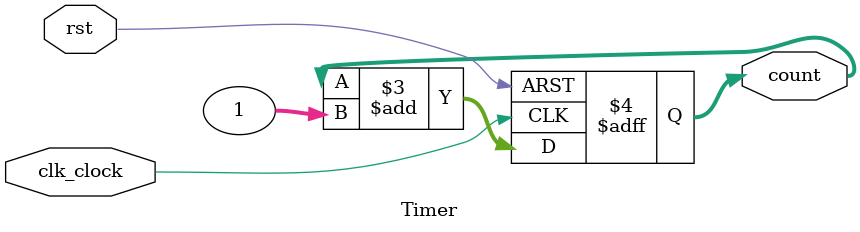
<source format=v>
`timescale 1ns / 1ps
module Timer(count, clk_clock, rst
    );
parameter time_size = 32;
output reg [time_size-1:0] count;
input clk_clock, rst;
/*
initial begin
   count = 32'd0;
end
*/

always @(posedge clk_clock or negedge rst)
begin
    if(rst == 0) count = 32'd0;
    else count = count + 1;
end

endmodule

</source>
